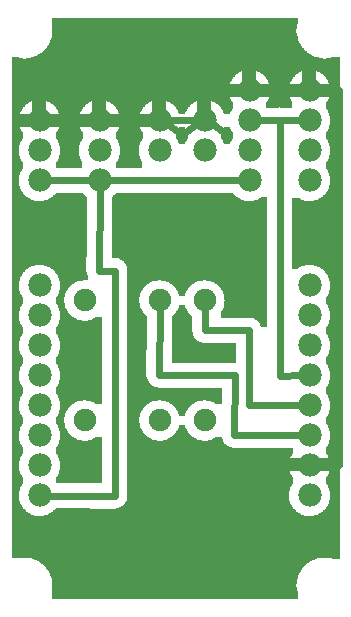
<source format=gbl>
G04 MADE WITH FRITZING*
G04 WWW.FRITZING.ORG*
G04 DOUBLE SIDED*
G04 HOLES PLATED*
G04 CONTOUR ON CENTER OF CONTOUR VECTOR*
%ASAXBY*%
%FSLAX23Y23*%
%MOIN*%
%OFA0B0*%
%SFA1.0B1.0*%
%ADD10C,0.075000*%
%ADD11C,0.077778*%
%ADD12C,0.078000*%
%ADD13C,0.024000*%
%ADD14R,0.001000X0.001000*%
%LNCOPPER0*%
G90*
G70*
G54D10*
X236Y1919D03*
G54D11*
X132Y1085D03*
X132Y985D03*
X132Y885D03*
X132Y785D03*
X132Y685D03*
X132Y585D03*
X132Y485D03*
X132Y385D03*
X1032Y385D03*
X1032Y485D03*
X1032Y585D03*
X1032Y685D03*
X1032Y785D03*
X1032Y885D03*
X1032Y985D03*
X1032Y1085D03*
G54D12*
X682Y1635D03*
X682Y1535D03*
X532Y1635D03*
X532Y1535D03*
X832Y1735D03*
X832Y1635D03*
X832Y1535D03*
X832Y1435D03*
X332Y1635D03*
X332Y1535D03*
X332Y1435D03*
X132Y1635D03*
X132Y1535D03*
X132Y1435D03*
G54D10*
X282Y1035D03*
X282Y635D03*
X532Y1035D03*
X532Y635D03*
X682Y1035D03*
X682Y635D03*
G54D12*
X1032Y1735D03*
X1032Y1635D03*
X1032Y1535D03*
X1032Y1435D03*
G54D13*
X830Y935D02*
X830Y686D01*
D02*
X830Y686D02*
X1002Y685D01*
D02*
X683Y935D02*
X830Y935D01*
D02*
X682Y1006D02*
X683Y935D01*
D02*
X531Y786D02*
X782Y786D01*
D02*
X782Y786D02*
X781Y585D01*
D02*
X781Y585D02*
X1002Y585D01*
D02*
X532Y1006D02*
X531Y786D01*
D02*
X932Y784D02*
X932Y1636D01*
D02*
X932Y1636D02*
X862Y1635D01*
D02*
X1002Y785D02*
X932Y784D01*
D02*
X382Y384D02*
X382Y1134D01*
D02*
X161Y384D02*
X382Y384D01*
D02*
X301Y1435D02*
X162Y1435D01*
D02*
X862Y1635D02*
X1001Y1635D01*
D02*
X801Y1435D02*
X362Y1435D01*
D02*
X382Y1134D02*
X331Y1134D01*
D02*
X331Y1134D02*
X332Y1404D01*
D02*
X607Y1585D02*
X560Y1624D01*
D02*
X607Y1585D02*
X654Y1623D01*
D02*
X562Y1635D02*
X651Y1635D01*
D02*
X757Y1585D02*
X710Y1624D01*
D02*
X1131Y1735D02*
X1131Y485D01*
D02*
X1062Y1735D02*
X1131Y1735D01*
D02*
X1131Y485D02*
X1061Y485D01*
G36*
X596Y1613D02*
X596Y1607D01*
X594Y1607D01*
X594Y1603D01*
X592Y1603D01*
X592Y1599D01*
X590Y1599D01*
X590Y1597D01*
X588Y1597D01*
X588Y1573D01*
X590Y1573D01*
X590Y1569D01*
X592Y1569D01*
X592Y1565D01*
X594Y1565D01*
X594Y1561D01*
X596Y1561D01*
X596Y1557D01*
X616Y1557D01*
X616Y1559D01*
X618Y1559D01*
X618Y1563D01*
X620Y1563D01*
X620Y1567D01*
X622Y1567D01*
X622Y1571D01*
X624Y1571D01*
X624Y1573D01*
X626Y1573D01*
X626Y1595D01*
X624Y1595D01*
X624Y1599D01*
X622Y1599D01*
X622Y1601D01*
X620Y1601D01*
X620Y1605D01*
X618Y1605D01*
X618Y1611D01*
X616Y1611D01*
X616Y1613D01*
X596Y1613D01*
G37*
D02*
G36*
X746Y1613D02*
X746Y1607D01*
X744Y1607D01*
X744Y1603D01*
X742Y1603D01*
X742Y1599D01*
X740Y1599D01*
X740Y1597D01*
X738Y1597D01*
X738Y1573D01*
X740Y1573D01*
X740Y1569D01*
X742Y1569D01*
X742Y1565D01*
X744Y1565D01*
X744Y1561D01*
X746Y1561D01*
X746Y1557D01*
X766Y1557D01*
X766Y1559D01*
X768Y1559D01*
X768Y1563D01*
X770Y1563D01*
X770Y1567D01*
X772Y1567D01*
X772Y1571D01*
X774Y1571D01*
X774Y1573D01*
X776Y1573D01*
X776Y1595D01*
X774Y1595D01*
X774Y1599D01*
X772Y1599D01*
X772Y1601D01*
X770Y1601D01*
X770Y1605D01*
X768Y1605D01*
X768Y1611D01*
X766Y1611D01*
X766Y1613D01*
X746Y1613D01*
G37*
D02*
G36*
X172Y1977D02*
X172Y1951D01*
X174Y1951D01*
X174Y1919D01*
X172Y1919D01*
X172Y1909D01*
X170Y1909D01*
X170Y1903D01*
X168Y1903D01*
X168Y1897D01*
X166Y1897D01*
X166Y1893D01*
X164Y1893D01*
X164Y1889D01*
X162Y1889D01*
X162Y1887D01*
X160Y1887D01*
X160Y1883D01*
X158Y1883D01*
X158Y1881D01*
X156Y1881D01*
X156Y1877D01*
X154Y1877D01*
X154Y1875D01*
X152Y1875D01*
X152Y1873D01*
X150Y1873D01*
X150Y1871D01*
X148Y1871D01*
X148Y1869D01*
X146Y1869D01*
X146Y1867D01*
X144Y1867D01*
X144Y1865D01*
X142Y1865D01*
X142Y1863D01*
X140Y1863D01*
X140Y1861D01*
X136Y1861D01*
X136Y1859D01*
X134Y1859D01*
X134Y1857D01*
X130Y1857D01*
X130Y1855D01*
X128Y1855D01*
X128Y1853D01*
X124Y1853D01*
X124Y1851D01*
X120Y1851D01*
X120Y1849D01*
X114Y1849D01*
X114Y1847D01*
X110Y1847D01*
X110Y1845D01*
X102Y1845D01*
X102Y1843D01*
X86Y1843D01*
X86Y1841D01*
X1076Y1841D01*
X1076Y1843D01*
X1062Y1843D01*
X1062Y1845D01*
X1054Y1845D01*
X1054Y1847D01*
X1048Y1847D01*
X1048Y1849D01*
X1044Y1849D01*
X1044Y1851D01*
X1040Y1851D01*
X1040Y1853D01*
X1036Y1853D01*
X1036Y1855D01*
X1032Y1855D01*
X1032Y1857D01*
X1030Y1857D01*
X1030Y1859D01*
X1026Y1859D01*
X1026Y1861D01*
X1024Y1861D01*
X1024Y1863D01*
X1022Y1863D01*
X1022Y1865D01*
X1020Y1865D01*
X1020Y1867D01*
X1016Y1867D01*
X1016Y1869D01*
X1014Y1869D01*
X1014Y1873D01*
X1012Y1873D01*
X1012Y1875D01*
X1010Y1875D01*
X1010Y1877D01*
X1008Y1877D01*
X1008Y1879D01*
X1006Y1879D01*
X1006Y1883D01*
X1004Y1883D01*
X1004Y1885D01*
X1002Y1885D01*
X1002Y1889D01*
X1000Y1889D01*
X1000Y1893D01*
X998Y1893D01*
X998Y1897D01*
X996Y1897D01*
X996Y1901D01*
X994Y1901D01*
X994Y1907D01*
X992Y1907D01*
X992Y1915D01*
X990Y1915D01*
X990Y1927D01*
X988Y1927D01*
X988Y1941D01*
X990Y1941D01*
X990Y1955D01*
X992Y1955D01*
X992Y1977D01*
X172Y1977D01*
G37*
D02*
G36*
X1110Y1847D02*
X1110Y1845D01*
X1102Y1845D01*
X1102Y1843D01*
X1086Y1843D01*
X1086Y1841D01*
X1132Y1841D01*
X1132Y1847D01*
X1110Y1847D01*
G37*
D02*
G36*
X40Y1845D02*
X40Y1841D01*
X76Y1841D01*
X76Y1843D01*
X62Y1843D01*
X62Y1845D01*
X40Y1845D01*
G37*
D02*
G36*
X40Y1841D02*
X40Y1839D01*
X1132Y1839D01*
X1132Y1841D01*
X40Y1841D01*
G37*
D02*
G36*
X40Y1841D02*
X40Y1839D01*
X1132Y1839D01*
X1132Y1841D01*
X40Y1841D01*
G37*
D02*
G36*
X40Y1841D02*
X40Y1839D01*
X1132Y1839D01*
X1132Y1841D01*
X40Y1841D01*
G37*
D02*
G36*
X40Y1839D02*
X40Y1803D01*
X1046Y1803D01*
X1046Y1801D01*
X1054Y1801D01*
X1054Y1799D01*
X1058Y1799D01*
X1058Y1797D01*
X1064Y1797D01*
X1064Y1795D01*
X1066Y1795D01*
X1066Y1793D01*
X1070Y1793D01*
X1070Y1791D01*
X1072Y1791D01*
X1072Y1789D01*
X1076Y1789D01*
X1076Y1787D01*
X1078Y1787D01*
X1078Y1785D01*
X1080Y1785D01*
X1080Y1783D01*
X1082Y1783D01*
X1082Y1781D01*
X1084Y1781D01*
X1084Y1779D01*
X1086Y1779D01*
X1086Y1775D01*
X1088Y1775D01*
X1088Y1773D01*
X1090Y1773D01*
X1090Y1769D01*
X1092Y1769D01*
X1092Y1765D01*
X1094Y1765D01*
X1094Y1761D01*
X1096Y1761D01*
X1096Y1757D01*
X1098Y1757D01*
X1098Y1749D01*
X1100Y1749D01*
X1100Y1721D01*
X1098Y1721D01*
X1098Y1713D01*
X1096Y1713D01*
X1096Y1707D01*
X1094Y1707D01*
X1094Y1703D01*
X1092Y1703D01*
X1092Y1699D01*
X1090Y1699D01*
X1090Y1697D01*
X1088Y1697D01*
X1088Y1673D01*
X1090Y1673D01*
X1090Y1669D01*
X1092Y1669D01*
X1092Y1665D01*
X1094Y1665D01*
X1094Y1661D01*
X1096Y1661D01*
X1096Y1657D01*
X1098Y1657D01*
X1098Y1649D01*
X1100Y1649D01*
X1100Y1621D01*
X1098Y1621D01*
X1098Y1613D01*
X1096Y1613D01*
X1096Y1607D01*
X1094Y1607D01*
X1094Y1603D01*
X1092Y1603D01*
X1092Y1599D01*
X1090Y1599D01*
X1090Y1597D01*
X1088Y1597D01*
X1088Y1573D01*
X1090Y1573D01*
X1090Y1569D01*
X1092Y1569D01*
X1092Y1565D01*
X1094Y1565D01*
X1094Y1561D01*
X1096Y1561D01*
X1096Y1557D01*
X1098Y1557D01*
X1098Y1549D01*
X1100Y1549D01*
X1100Y1521D01*
X1098Y1521D01*
X1098Y1513D01*
X1096Y1513D01*
X1096Y1507D01*
X1094Y1507D01*
X1094Y1503D01*
X1092Y1503D01*
X1092Y1499D01*
X1090Y1499D01*
X1090Y1497D01*
X1088Y1497D01*
X1088Y1473D01*
X1090Y1473D01*
X1090Y1469D01*
X1092Y1469D01*
X1092Y1465D01*
X1094Y1465D01*
X1094Y1461D01*
X1096Y1461D01*
X1096Y1457D01*
X1098Y1457D01*
X1098Y1449D01*
X1100Y1449D01*
X1100Y1421D01*
X1098Y1421D01*
X1098Y1413D01*
X1096Y1413D01*
X1096Y1407D01*
X1094Y1407D01*
X1094Y1403D01*
X1092Y1403D01*
X1092Y1399D01*
X1090Y1399D01*
X1090Y1397D01*
X1088Y1397D01*
X1088Y1393D01*
X1086Y1393D01*
X1086Y1391D01*
X1084Y1391D01*
X1084Y1389D01*
X1082Y1389D01*
X1082Y1387D01*
X1080Y1387D01*
X1080Y1385D01*
X1078Y1385D01*
X1078Y1383D01*
X1076Y1383D01*
X1076Y1381D01*
X1074Y1381D01*
X1074Y1379D01*
X1070Y1379D01*
X1070Y1377D01*
X1068Y1377D01*
X1068Y1375D01*
X1064Y1375D01*
X1064Y1373D01*
X1060Y1373D01*
X1060Y1371D01*
X1056Y1371D01*
X1056Y1369D01*
X1048Y1369D01*
X1048Y1367D01*
X1038Y1367D01*
X1038Y1365D01*
X1132Y1365D01*
X1132Y1839D01*
X40Y1839D01*
G37*
D02*
G36*
X40Y1803D02*
X40Y1703D01*
X696Y1703D01*
X696Y1701D01*
X704Y1701D01*
X704Y1699D01*
X708Y1699D01*
X708Y1697D01*
X714Y1697D01*
X714Y1695D01*
X716Y1695D01*
X716Y1693D01*
X720Y1693D01*
X720Y1691D01*
X722Y1691D01*
X722Y1689D01*
X726Y1689D01*
X726Y1687D01*
X728Y1687D01*
X728Y1685D01*
X730Y1685D01*
X730Y1683D01*
X732Y1683D01*
X732Y1681D01*
X734Y1681D01*
X734Y1679D01*
X736Y1679D01*
X736Y1675D01*
X738Y1675D01*
X738Y1673D01*
X740Y1673D01*
X740Y1669D01*
X742Y1669D01*
X742Y1665D01*
X744Y1665D01*
X744Y1661D01*
X746Y1661D01*
X746Y1657D01*
X766Y1657D01*
X766Y1659D01*
X768Y1659D01*
X768Y1663D01*
X770Y1663D01*
X770Y1667D01*
X772Y1667D01*
X772Y1671D01*
X774Y1671D01*
X774Y1673D01*
X776Y1673D01*
X776Y1695D01*
X774Y1695D01*
X774Y1699D01*
X772Y1699D01*
X772Y1701D01*
X770Y1701D01*
X770Y1705D01*
X768Y1705D01*
X768Y1711D01*
X766Y1711D01*
X766Y1717D01*
X764Y1717D01*
X764Y1729D01*
X762Y1729D01*
X762Y1741D01*
X764Y1741D01*
X764Y1753D01*
X766Y1753D01*
X766Y1759D01*
X768Y1759D01*
X768Y1763D01*
X770Y1763D01*
X770Y1767D01*
X772Y1767D01*
X772Y1771D01*
X774Y1771D01*
X774Y1773D01*
X776Y1773D01*
X776Y1777D01*
X778Y1777D01*
X778Y1779D01*
X780Y1779D01*
X780Y1781D01*
X782Y1781D01*
X782Y1783D01*
X784Y1783D01*
X784Y1785D01*
X786Y1785D01*
X786Y1787D01*
X788Y1787D01*
X788Y1789D01*
X790Y1789D01*
X790Y1791D01*
X794Y1791D01*
X794Y1793D01*
X796Y1793D01*
X796Y1795D01*
X800Y1795D01*
X800Y1797D01*
X804Y1797D01*
X804Y1799D01*
X810Y1799D01*
X810Y1801D01*
X816Y1801D01*
X816Y1803D01*
X40Y1803D01*
G37*
D02*
G36*
X846Y1803D02*
X846Y1801D01*
X854Y1801D01*
X854Y1799D01*
X858Y1799D01*
X858Y1797D01*
X864Y1797D01*
X864Y1795D01*
X866Y1795D01*
X866Y1793D01*
X870Y1793D01*
X870Y1791D01*
X872Y1791D01*
X872Y1789D01*
X876Y1789D01*
X876Y1787D01*
X878Y1787D01*
X878Y1785D01*
X880Y1785D01*
X880Y1783D01*
X882Y1783D01*
X882Y1781D01*
X884Y1781D01*
X884Y1779D01*
X886Y1779D01*
X886Y1775D01*
X888Y1775D01*
X888Y1773D01*
X890Y1773D01*
X890Y1769D01*
X892Y1769D01*
X892Y1765D01*
X894Y1765D01*
X894Y1761D01*
X896Y1761D01*
X896Y1757D01*
X898Y1757D01*
X898Y1749D01*
X900Y1749D01*
X900Y1721D01*
X898Y1721D01*
X898Y1713D01*
X896Y1713D01*
X896Y1707D01*
X894Y1707D01*
X894Y1703D01*
X892Y1703D01*
X892Y1699D01*
X890Y1699D01*
X890Y1697D01*
X888Y1697D01*
X888Y1679D01*
X932Y1679D01*
X932Y1677D01*
X974Y1677D01*
X974Y1699D01*
X972Y1699D01*
X972Y1701D01*
X970Y1701D01*
X970Y1705D01*
X968Y1705D01*
X968Y1711D01*
X966Y1711D01*
X966Y1717D01*
X964Y1717D01*
X964Y1729D01*
X962Y1729D01*
X962Y1741D01*
X964Y1741D01*
X964Y1753D01*
X966Y1753D01*
X966Y1759D01*
X968Y1759D01*
X968Y1763D01*
X970Y1763D01*
X970Y1767D01*
X972Y1767D01*
X972Y1771D01*
X974Y1771D01*
X974Y1773D01*
X976Y1773D01*
X976Y1777D01*
X978Y1777D01*
X978Y1779D01*
X980Y1779D01*
X980Y1781D01*
X982Y1781D01*
X982Y1783D01*
X984Y1783D01*
X984Y1785D01*
X986Y1785D01*
X986Y1787D01*
X988Y1787D01*
X988Y1789D01*
X990Y1789D01*
X990Y1791D01*
X994Y1791D01*
X994Y1793D01*
X996Y1793D01*
X996Y1795D01*
X1000Y1795D01*
X1000Y1797D01*
X1004Y1797D01*
X1004Y1799D01*
X1010Y1799D01*
X1010Y1801D01*
X1016Y1801D01*
X1016Y1803D01*
X846Y1803D01*
G37*
D02*
G36*
X40Y1703D02*
X40Y1365D01*
X126Y1365D01*
X126Y1367D01*
X114Y1367D01*
X114Y1369D01*
X108Y1369D01*
X108Y1371D01*
X102Y1371D01*
X102Y1373D01*
X100Y1373D01*
X100Y1375D01*
X96Y1375D01*
X96Y1377D01*
X92Y1377D01*
X92Y1379D01*
X90Y1379D01*
X90Y1381D01*
X88Y1381D01*
X88Y1383D01*
X84Y1383D01*
X84Y1385D01*
X82Y1385D01*
X82Y1387D01*
X80Y1387D01*
X80Y1391D01*
X78Y1391D01*
X78Y1393D01*
X76Y1393D01*
X76Y1395D01*
X74Y1395D01*
X74Y1399D01*
X72Y1399D01*
X72Y1401D01*
X70Y1401D01*
X70Y1405D01*
X68Y1405D01*
X68Y1411D01*
X66Y1411D01*
X66Y1417D01*
X64Y1417D01*
X64Y1427D01*
X62Y1427D01*
X62Y1441D01*
X64Y1441D01*
X64Y1453D01*
X66Y1453D01*
X66Y1459D01*
X68Y1459D01*
X68Y1463D01*
X70Y1463D01*
X70Y1467D01*
X72Y1467D01*
X72Y1471D01*
X74Y1471D01*
X74Y1473D01*
X76Y1473D01*
X76Y1495D01*
X74Y1495D01*
X74Y1499D01*
X72Y1499D01*
X72Y1501D01*
X70Y1501D01*
X70Y1505D01*
X68Y1505D01*
X68Y1511D01*
X66Y1511D01*
X66Y1517D01*
X64Y1517D01*
X64Y1527D01*
X62Y1527D01*
X62Y1541D01*
X64Y1541D01*
X64Y1553D01*
X66Y1553D01*
X66Y1559D01*
X68Y1559D01*
X68Y1563D01*
X70Y1563D01*
X70Y1567D01*
X72Y1567D01*
X72Y1571D01*
X74Y1571D01*
X74Y1573D01*
X76Y1573D01*
X76Y1595D01*
X74Y1595D01*
X74Y1599D01*
X72Y1599D01*
X72Y1601D01*
X70Y1601D01*
X70Y1605D01*
X68Y1605D01*
X68Y1611D01*
X66Y1611D01*
X66Y1617D01*
X64Y1617D01*
X64Y1627D01*
X62Y1627D01*
X62Y1641D01*
X64Y1641D01*
X64Y1653D01*
X66Y1653D01*
X66Y1659D01*
X68Y1659D01*
X68Y1663D01*
X70Y1663D01*
X70Y1667D01*
X72Y1667D01*
X72Y1671D01*
X74Y1671D01*
X74Y1673D01*
X76Y1673D01*
X76Y1677D01*
X78Y1677D01*
X78Y1679D01*
X80Y1679D01*
X80Y1681D01*
X82Y1681D01*
X82Y1683D01*
X84Y1683D01*
X84Y1685D01*
X86Y1685D01*
X86Y1687D01*
X88Y1687D01*
X88Y1689D01*
X90Y1689D01*
X90Y1691D01*
X94Y1691D01*
X94Y1693D01*
X96Y1693D01*
X96Y1695D01*
X100Y1695D01*
X100Y1697D01*
X104Y1697D01*
X104Y1699D01*
X110Y1699D01*
X110Y1701D01*
X116Y1701D01*
X116Y1703D01*
X40Y1703D01*
G37*
D02*
G36*
X146Y1703D02*
X146Y1701D01*
X154Y1701D01*
X154Y1699D01*
X158Y1699D01*
X158Y1697D01*
X164Y1697D01*
X164Y1695D01*
X166Y1695D01*
X166Y1693D01*
X170Y1693D01*
X170Y1691D01*
X172Y1691D01*
X172Y1689D01*
X176Y1689D01*
X176Y1687D01*
X178Y1687D01*
X178Y1685D01*
X180Y1685D01*
X180Y1683D01*
X182Y1683D01*
X182Y1681D01*
X184Y1681D01*
X184Y1679D01*
X186Y1679D01*
X186Y1675D01*
X188Y1675D01*
X188Y1673D01*
X190Y1673D01*
X190Y1669D01*
X192Y1669D01*
X192Y1665D01*
X194Y1665D01*
X194Y1661D01*
X196Y1661D01*
X196Y1657D01*
X198Y1657D01*
X198Y1649D01*
X200Y1649D01*
X200Y1621D01*
X198Y1621D01*
X198Y1613D01*
X196Y1613D01*
X196Y1607D01*
X194Y1607D01*
X194Y1603D01*
X192Y1603D01*
X192Y1599D01*
X190Y1599D01*
X190Y1597D01*
X188Y1597D01*
X188Y1573D01*
X190Y1573D01*
X190Y1569D01*
X192Y1569D01*
X192Y1565D01*
X194Y1565D01*
X194Y1561D01*
X196Y1561D01*
X196Y1557D01*
X198Y1557D01*
X198Y1549D01*
X200Y1549D01*
X200Y1521D01*
X198Y1521D01*
X198Y1513D01*
X196Y1513D01*
X196Y1507D01*
X194Y1507D01*
X194Y1503D01*
X192Y1503D01*
X192Y1499D01*
X190Y1499D01*
X190Y1497D01*
X188Y1497D01*
X188Y1477D01*
X274Y1477D01*
X274Y1499D01*
X272Y1499D01*
X272Y1501D01*
X270Y1501D01*
X270Y1505D01*
X268Y1505D01*
X268Y1511D01*
X266Y1511D01*
X266Y1517D01*
X264Y1517D01*
X264Y1527D01*
X262Y1527D01*
X262Y1541D01*
X264Y1541D01*
X264Y1553D01*
X266Y1553D01*
X266Y1559D01*
X268Y1559D01*
X268Y1563D01*
X270Y1563D01*
X270Y1567D01*
X272Y1567D01*
X272Y1571D01*
X274Y1571D01*
X274Y1573D01*
X276Y1573D01*
X276Y1595D01*
X274Y1595D01*
X274Y1599D01*
X272Y1599D01*
X272Y1601D01*
X270Y1601D01*
X270Y1605D01*
X268Y1605D01*
X268Y1611D01*
X266Y1611D01*
X266Y1617D01*
X264Y1617D01*
X264Y1627D01*
X262Y1627D01*
X262Y1641D01*
X264Y1641D01*
X264Y1653D01*
X266Y1653D01*
X266Y1659D01*
X268Y1659D01*
X268Y1663D01*
X270Y1663D01*
X270Y1667D01*
X272Y1667D01*
X272Y1671D01*
X274Y1671D01*
X274Y1673D01*
X276Y1673D01*
X276Y1677D01*
X278Y1677D01*
X278Y1679D01*
X280Y1679D01*
X280Y1681D01*
X282Y1681D01*
X282Y1683D01*
X284Y1683D01*
X284Y1685D01*
X286Y1685D01*
X286Y1687D01*
X288Y1687D01*
X288Y1689D01*
X290Y1689D01*
X290Y1691D01*
X294Y1691D01*
X294Y1693D01*
X296Y1693D01*
X296Y1695D01*
X300Y1695D01*
X300Y1697D01*
X304Y1697D01*
X304Y1699D01*
X310Y1699D01*
X310Y1701D01*
X316Y1701D01*
X316Y1703D01*
X146Y1703D01*
G37*
D02*
G36*
X346Y1703D02*
X346Y1701D01*
X354Y1701D01*
X354Y1699D01*
X358Y1699D01*
X358Y1697D01*
X364Y1697D01*
X364Y1695D01*
X366Y1695D01*
X366Y1693D01*
X370Y1693D01*
X370Y1691D01*
X372Y1691D01*
X372Y1689D01*
X376Y1689D01*
X376Y1687D01*
X378Y1687D01*
X378Y1685D01*
X380Y1685D01*
X380Y1683D01*
X382Y1683D01*
X382Y1681D01*
X384Y1681D01*
X384Y1679D01*
X386Y1679D01*
X386Y1675D01*
X388Y1675D01*
X388Y1673D01*
X390Y1673D01*
X390Y1669D01*
X392Y1669D01*
X392Y1665D01*
X394Y1665D01*
X394Y1661D01*
X396Y1661D01*
X396Y1657D01*
X398Y1657D01*
X398Y1649D01*
X400Y1649D01*
X400Y1621D01*
X398Y1621D01*
X398Y1613D01*
X396Y1613D01*
X396Y1607D01*
X394Y1607D01*
X394Y1603D01*
X392Y1603D01*
X392Y1599D01*
X390Y1599D01*
X390Y1597D01*
X388Y1597D01*
X388Y1573D01*
X390Y1573D01*
X390Y1569D01*
X392Y1569D01*
X392Y1565D01*
X394Y1565D01*
X394Y1561D01*
X396Y1561D01*
X396Y1557D01*
X398Y1557D01*
X398Y1549D01*
X400Y1549D01*
X400Y1521D01*
X398Y1521D01*
X398Y1513D01*
X396Y1513D01*
X396Y1507D01*
X394Y1507D01*
X394Y1503D01*
X392Y1503D01*
X392Y1499D01*
X390Y1499D01*
X390Y1497D01*
X388Y1497D01*
X388Y1477D01*
X474Y1477D01*
X474Y1499D01*
X472Y1499D01*
X472Y1501D01*
X470Y1501D01*
X470Y1505D01*
X468Y1505D01*
X468Y1511D01*
X466Y1511D01*
X466Y1517D01*
X464Y1517D01*
X464Y1527D01*
X462Y1527D01*
X462Y1541D01*
X464Y1541D01*
X464Y1553D01*
X466Y1553D01*
X466Y1559D01*
X468Y1559D01*
X468Y1563D01*
X470Y1563D01*
X470Y1567D01*
X472Y1567D01*
X472Y1571D01*
X474Y1571D01*
X474Y1573D01*
X476Y1573D01*
X476Y1595D01*
X474Y1595D01*
X474Y1599D01*
X472Y1599D01*
X472Y1601D01*
X470Y1601D01*
X470Y1605D01*
X468Y1605D01*
X468Y1611D01*
X466Y1611D01*
X466Y1617D01*
X464Y1617D01*
X464Y1627D01*
X462Y1627D01*
X462Y1641D01*
X464Y1641D01*
X464Y1653D01*
X466Y1653D01*
X466Y1659D01*
X468Y1659D01*
X468Y1663D01*
X470Y1663D01*
X470Y1667D01*
X472Y1667D01*
X472Y1671D01*
X474Y1671D01*
X474Y1673D01*
X476Y1673D01*
X476Y1677D01*
X478Y1677D01*
X478Y1679D01*
X480Y1679D01*
X480Y1681D01*
X482Y1681D01*
X482Y1683D01*
X484Y1683D01*
X484Y1685D01*
X486Y1685D01*
X486Y1687D01*
X488Y1687D01*
X488Y1689D01*
X490Y1689D01*
X490Y1691D01*
X494Y1691D01*
X494Y1693D01*
X496Y1693D01*
X496Y1695D01*
X500Y1695D01*
X500Y1697D01*
X504Y1697D01*
X504Y1699D01*
X510Y1699D01*
X510Y1701D01*
X516Y1701D01*
X516Y1703D01*
X346Y1703D01*
G37*
D02*
G36*
X546Y1703D02*
X546Y1701D01*
X554Y1701D01*
X554Y1699D01*
X558Y1699D01*
X558Y1697D01*
X564Y1697D01*
X564Y1695D01*
X566Y1695D01*
X566Y1693D01*
X570Y1693D01*
X570Y1691D01*
X572Y1691D01*
X572Y1689D01*
X576Y1689D01*
X576Y1687D01*
X578Y1687D01*
X578Y1685D01*
X580Y1685D01*
X580Y1683D01*
X582Y1683D01*
X582Y1681D01*
X584Y1681D01*
X584Y1679D01*
X586Y1679D01*
X586Y1675D01*
X588Y1675D01*
X588Y1673D01*
X590Y1673D01*
X590Y1669D01*
X592Y1669D01*
X592Y1665D01*
X594Y1665D01*
X594Y1661D01*
X596Y1661D01*
X596Y1657D01*
X616Y1657D01*
X616Y1659D01*
X618Y1659D01*
X618Y1663D01*
X620Y1663D01*
X620Y1667D01*
X622Y1667D01*
X622Y1671D01*
X624Y1671D01*
X624Y1673D01*
X626Y1673D01*
X626Y1677D01*
X628Y1677D01*
X628Y1679D01*
X630Y1679D01*
X630Y1681D01*
X632Y1681D01*
X632Y1683D01*
X634Y1683D01*
X634Y1685D01*
X636Y1685D01*
X636Y1687D01*
X638Y1687D01*
X638Y1689D01*
X640Y1689D01*
X640Y1691D01*
X644Y1691D01*
X644Y1693D01*
X646Y1693D01*
X646Y1695D01*
X650Y1695D01*
X650Y1697D01*
X654Y1697D01*
X654Y1699D01*
X660Y1699D01*
X660Y1701D01*
X666Y1701D01*
X666Y1703D01*
X546Y1703D01*
G37*
D02*
G36*
X888Y1679D02*
X888Y1677D01*
X930Y1677D01*
X930Y1679D01*
X888Y1679D01*
G37*
D02*
G36*
X186Y1393D02*
X186Y1391D01*
X184Y1391D01*
X184Y1389D01*
X182Y1389D01*
X182Y1387D01*
X180Y1387D01*
X180Y1385D01*
X178Y1385D01*
X178Y1383D01*
X176Y1383D01*
X176Y1381D01*
X174Y1381D01*
X174Y1379D01*
X170Y1379D01*
X170Y1377D01*
X168Y1377D01*
X168Y1375D01*
X164Y1375D01*
X164Y1373D01*
X160Y1373D01*
X160Y1371D01*
X156Y1371D01*
X156Y1369D01*
X148Y1369D01*
X148Y1367D01*
X138Y1367D01*
X138Y1365D01*
X290Y1365D01*
X290Y1381D01*
X288Y1381D01*
X288Y1383D01*
X284Y1383D01*
X284Y1385D01*
X282Y1385D01*
X282Y1387D01*
X280Y1387D01*
X280Y1391D01*
X278Y1391D01*
X278Y1393D01*
X186Y1393D01*
G37*
D02*
G36*
X386Y1393D02*
X386Y1391D01*
X384Y1391D01*
X384Y1389D01*
X382Y1389D01*
X382Y1387D01*
X380Y1387D01*
X380Y1385D01*
X378Y1385D01*
X378Y1383D01*
X376Y1383D01*
X376Y1381D01*
X374Y1381D01*
X374Y1365D01*
X826Y1365D01*
X826Y1367D01*
X814Y1367D01*
X814Y1369D01*
X808Y1369D01*
X808Y1371D01*
X802Y1371D01*
X802Y1373D01*
X800Y1373D01*
X800Y1375D01*
X796Y1375D01*
X796Y1377D01*
X792Y1377D01*
X792Y1379D01*
X790Y1379D01*
X790Y1381D01*
X788Y1381D01*
X788Y1383D01*
X784Y1383D01*
X784Y1385D01*
X782Y1385D01*
X782Y1387D01*
X780Y1387D01*
X780Y1391D01*
X778Y1391D01*
X778Y1393D01*
X386Y1393D01*
G37*
D02*
G36*
X870Y1379D02*
X870Y1377D01*
X868Y1377D01*
X868Y1375D01*
X864Y1375D01*
X864Y1373D01*
X860Y1373D01*
X860Y1371D01*
X856Y1371D01*
X856Y1369D01*
X848Y1369D01*
X848Y1367D01*
X838Y1367D01*
X838Y1365D01*
X890Y1365D01*
X890Y1379D01*
X870Y1379D01*
G37*
D02*
G36*
X974Y1377D02*
X974Y1365D01*
X1026Y1365D01*
X1026Y1367D01*
X1014Y1367D01*
X1014Y1369D01*
X1008Y1369D01*
X1008Y1371D01*
X1002Y1371D01*
X1002Y1373D01*
X1000Y1373D01*
X1000Y1375D01*
X996Y1375D01*
X996Y1377D01*
X974Y1377D01*
G37*
D02*
G36*
X40Y1365D02*
X40Y1363D01*
X290Y1363D01*
X290Y1365D01*
X40Y1365D01*
G37*
D02*
G36*
X40Y1365D02*
X40Y1363D01*
X290Y1363D01*
X290Y1365D01*
X40Y1365D01*
G37*
D02*
G36*
X374Y1365D02*
X374Y1363D01*
X890Y1363D01*
X890Y1365D01*
X374Y1365D01*
G37*
D02*
G36*
X374Y1365D02*
X374Y1363D01*
X890Y1363D01*
X890Y1365D01*
X374Y1365D01*
G37*
D02*
G36*
X974Y1365D02*
X974Y1363D01*
X1132Y1363D01*
X1132Y1365D01*
X974Y1365D01*
G37*
D02*
G36*
X974Y1365D02*
X974Y1363D01*
X1132Y1363D01*
X1132Y1365D01*
X974Y1365D01*
G37*
D02*
G36*
X40Y1363D02*
X40Y1153D01*
X146Y1153D01*
X146Y1151D01*
X154Y1151D01*
X154Y1149D01*
X158Y1149D01*
X158Y1147D01*
X162Y1147D01*
X162Y1145D01*
X166Y1145D01*
X166Y1143D01*
X170Y1143D01*
X170Y1141D01*
X172Y1141D01*
X172Y1139D01*
X176Y1139D01*
X176Y1137D01*
X178Y1137D01*
X178Y1135D01*
X180Y1135D01*
X180Y1133D01*
X182Y1133D01*
X182Y1131D01*
X184Y1131D01*
X184Y1127D01*
X186Y1127D01*
X186Y1125D01*
X188Y1125D01*
X188Y1123D01*
X190Y1123D01*
X190Y1119D01*
X192Y1119D01*
X192Y1115D01*
X194Y1115D01*
X194Y1111D01*
X196Y1111D01*
X196Y1107D01*
X198Y1107D01*
X198Y1099D01*
X200Y1099D01*
X200Y1071D01*
X198Y1071D01*
X198Y1063D01*
X196Y1063D01*
X196Y1057D01*
X194Y1057D01*
X194Y1053D01*
X192Y1053D01*
X192Y1051D01*
X190Y1051D01*
X190Y1047D01*
X188Y1047D01*
X188Y1045D01*
X186Y1045D01*
X186Y1025D01*
X188Y1025D01*
X188Y1023D01*
X190Y1023D01*
X190Y1019D01*
X192Y1019D01*
X192Y1015D01*
X194Y1015D01*
X194Y1011D01*
X196Y1011D01*
X196Y1007D01*
X198Y1007D01*
X198Y999D01*
X200Y999D01*
X200Y971D01*
X198Y971D01*
X198Y967D01*
X272Y967D01*
X272Y969D01*
X262Y969D01*
X262Y971D01*
X256Y971D01*
X256Y973D01*
X252Y973D01*
X252Y975D01*
X248Y975D01*
X248Y977D01*
X246Y977D01*
X246Y979D01*
X242Y979D01*
X242Y981D01*
X240Y981D01*
X240Y983D01*
X238Y983D01*
X238Y985D01*
X234Y985D01*
X234Y987D01*
X232Y987D01*
X232Y991D01*
X230Y991D01*
X230Y993D01*
X228Y993D01*
X228Y995D01*
X226Y995D01*
X226Y999D01*
X224Y999D01*
X224Y1001D01*
X222Y1001D01*
X222Y1005D01*
X220Y1005D01*
X220Y1009D01*
X218Y1009D01*
X218Y1015D01*
X216Y1015D01*
X216Y1025D01*
X214Y1025D01*
X214Y1045D01*
X216Y1045D01*
X216Y1055D01*
X218Y1055D01*
X218Y1059D01*
X220Y1059D01*
X220Y1065D01*
X222Y1065D01*
X222Y1067D01*
X224Y1067D01*
X224Y1071D01*
X226Y1071D01*
X226Y1075D01*
X228Y1075D01*
X228Y1077D01*
X230Y1077D01*
X230Y1079D01*
X232Y1079D01*
X232Y1081D01*
X234Y1081D01*
X234Y1083D01*
X236Y1083D01*
X236Y1085D01*
X238Y1085D01*
X238Y1087D01*
X240Y1087D01*
X240Y1089D01*
X244Y1089D01*
X244Y1091D01*
X246Y1091D01*
X246Y1093D01*
X250Y1093D01*
X250Y1095D01*
X254Y1095D01*
X254Y1097D01*
X258Y1097D01*
X258Y1099D01*
X264Y1099D01*
X264Y1101D01*
X278Y1101D01*
X278Y1103D01*
X292Y1103D01*
X292Y1121D01*
X290Y1121D01*
X290Y1131D01*
X288Y1131D01*
X288Y1179D01*
X290Y1179D01*
X290Y1363D01*
X40Y1363D01*
G37*
D02*
G36*
X374Y1363D02*
X374Y1177D01*
X388Y1177D01*
X388Y1175D01*
X396Y1175D01*
X396Y1173D01*
X400Y1173D01*
X400Y1171D01*
X404Y1171D01*
X404Y1169D01*
X408Y1169D01*
X408Y1167D01*
X410Y1167D01*
X410Y1165D01*
X412Y1165D01*
X412Y1163D01*
X414Y1163D01*
X414Y1161D01*
X416Y1161D01*
X416Y1157D01*
X418Y1157D01*
X418Y1155D01*
X420Y1155D01*
X420Y1151D01*
X422Y1151D01*
X422Y1143D01*
X424Y1143D01*
X424Y1103D01*
X686Y1103D01*
X686Y1101D01*
X698Y1101D01*
X698Y1099D01*
X704Y1099D01*
X704Y1097D01*
X710Y1097D01*
X710Y1095D01*
X714Y1095D01*
X714Y1093D01*
X716Y1093D01*
X716Y1091D01*
X720Y1091D01*
X720Y1089D01*
X722Y1089D01*
X722Y1087D01*
X726Y1087D01*
X726Y1085D01*
X728Y1085D01*
X728Y1083D01*
X730Y1083D01*
X730Y1081D01*
X732Y1081D01*
X732Y1079D01*
X734Y1079D01*
X734Y1075D01*
X736Y1075D01*
X736Y1073D01*
X738Y1073D01*
X738Y1069D01*
X740Y1069D01*
X740Y1067D01*
X742Y1067D01*
X742Y1063D01*
X744Y1063D01*
X744Y1057D01*
X746Y1057D01*
X746Y1051D01*
X748Y1051D01*
X748Y1037D01*
X750Y1037D01*
X750Y1033D01*
X748Y1033D01*
X748Y1019D01*
X746Y1019D01*
X746Y1011D01*
X744Y1011D01*
X744Y1007D01*
X742Y1007D01*
X742Y1003D01*
X740Y1003D01*
X740Y999D01*
X738Y999D01*
X738Y997D01*
X736Y997D01*
X736Y977D01*
X840Y977D01*
X840Y975D01*
X846Y975D01*
X846Y973D01*
X850Y973D01*
X850Y971D01*
X854Y971D01*
X854Y969D01*
X856Y969D01*
X856Y967D01*
X858Y967D01*
X858Y965D01*
X860Y965D01*
X860Y963D01*
X862Y963D01*
X862Y961D01*
X864Y961D01*
X864Y959D01*
X866Y959D01*
X866Y955D01*
X868Y955D01*
X868Y951D01*
X870Y951D01*
X870Y945D01*
X890Y945D01*
X890Y1363D01*
X374Y1363D01*
G37*
D02*
G36*
X974Y1363D02*
X974Y1153D01*
X1046Y1153D01*
X1046Y1151D01*
X1054Y1151D01*
X1054Y1149D01*
X1058Y1149D01*
X1058Y1147D01*
X1062Y1147D01*
X1062Y1145D01*
X1066Y1145D01*
X1066Y1143D01*
X1070Y1143D01*
X1070Y1141D01*
X1072Y1141D01*
X1072Y1139D01*
X1076Y1139D01*
X1076Y1137D01*
X1078Y1137D01*
X1078Y1135D01*
X1080Y1135D01*
X1080Y1133D01*
X1082Y1133D01*
X1082Y1131D01*
X1084Y1131D01*
X1084Y1127D01*
X1086Y1127D01*
X1086Y1125D01*
X1088Y1125D01*
X1088Y1123D01*
X1090Y1123D01*
X1090Y1119D01*
X1092Y1119D01*
X1092Y1115D01*
X1094Y1115D01*
X1094Y1111D01*
X1096Y1111D01*
X1096Y1107D01*
X1098Y1107D01*
X1098Y1099D01*
X1100Y1099D01*
X1100Y1071D01*
X1098Y1071D01*
X1098Y1063D01*
X1096Y1063D01*
X1096Y1057D01*
X1094Y1057D01*
X1094Y1053D01*
X1092Y1053D01*
X1092Y1051D01*
X1090Y1051D01*
X1090Y1047D01*
X1088Y1047D01*
X1088Y1045D01*
X1086Y1045D01*
X1086Y1025D01*
X1088Y1025D01*
X1088Y1023D01*
X1090Y1023D01*
X1090Y1019D01*
X1092Y1019D01*
X1092Y1015D01*
X1094Y1015D01*
X1094Y1011D01*
X1096Y1011D01*
X1096Y1007D01*
X1098Y1007D01*
X1098Y999D01*
X1100Y999D01*
X1100Y971D01*
X1098Y971D01*
X1098Y963D01*
X1096Y963D01*
X1096Y957D01*
X1094Y957D01*
X1094Y953D01*
X1092Y953D01*
X1092Y951D01*
X1090Y951D01*
X1090Y947D01*
X1088Y947D01*
X1088Y945D01*
X1086Y945D01*
X1086Y925D01*
X1088Y925D01*
X1088Y923D01*
X1090Y923D01*
X1090Y919D01*
X1092Y919D01*
X1092Y915D01*
X1094Y915D01*
X1094Y911D01*
X1096Y911D01*
X1096Y907D01*
X1098Y907D01*
X1098Y899D01*
X1100Y899D01*
X1100Y871D01*
X1098Y871D01*
X1098Y863D01*
X1096Y863D01*
X1096Y857D01*
X1094Y857D01*
X1094Y853D01*
X1092Y853D01*
X1092Y851D01*
X1090Y851D01*
X1090Y847D01*
X1088Y847D01*
X1088Y845D01*
X1086Y845D01*
X1086Y825D01*
X1088Y825D01*
X1088Y823D01*
X1090Y823D01*
X1090Y819D01*
X1092Y819D01*
X1092Y815D01*
X1094Y815D01*
X1094Y811D01*
X1096Y811D01*
X1096Y807D01*
X1098Y807D01*
X1098Y799D01*
X1100Y799D01*
X1100Y771D01*
X1098Y771D01*
X1098Y763D01*
X1096Y763D01*
X1096Y757D01*
X1094Y757D01*
X1094Y753D01*
X1092Y753D01*
X1092Y751D01*
X1090Y751D01*
X1090Y747D01*
X1088Y747D01*
X1088Y745D01*
X1086Y745D01*
X1086Y725D01*
X1088Y725D01*
X1088Y723D01*
X1090Y723D01*
X1090Y719D01*
X1092Y719D01*
X1092Y715D01*
X1094Y715D01*
X1094Y711D01*
X1096Y711D01*
X1096Y707D01*
X1098Y707D01*
X1098Y699D01*
X1100Y699D01*
X1100Y671D01*
X1098Y671D01*
X1098Y663D01*
X1096Y663D01*
X1096Y657D01*
X1094Y657D01*
X1094Y653D01*
X1092Y653D01*
X1092Y651D01*
X1090Y651D01*
X1090Y647D01*
X1088Y647D01*
X1088Y645D01*
X1086Y645D01*
X1086Y625D01*
X1088Y625D01*
X1088Y623D01*
X1090Y623D01*
X1090Y619D01*
X1092Y619D01*
X1092Y615D01*
X1094Y615D01*
X1094Y611D01*
X1096Y611D01*
X1096Y607D01*
X1098Y607D01*
X1098Y599D01*
X1100Y599D01*
X1100Y571D01*
X1098Y571D01*
X1098Y563D01*
X1096Y563D01*
X1096Y557D01*
X1094Y557D01*
X1094Y553D01*
X1092Y553D01*
X1092Y551D01*
X1090Y551D01*
X1090Y547D01*
X1088Y547D01*
X1088Y545D01*
X1086Y545D01*
X1086Y525D01*
X1088Y525D01*
X1088Y523D01*
X1090Y523D01*
X1090Y519D01*
X1092Y519D01*
X1092Y515D01*
X1094Y515D01*
X1094Y511D01*
X1096Y511D01*
X1096Y507D01*
X1098Y507D01*
X1098Y499D01*
X1100Y499D01*
X1100Y471D01*
X1098Y471D01*
X1098Y463D01*
X1096Y463D01*
X1096Y457D01*
X1094Y457D01*
X1094Y453D01*
X1092Y453D01*
X1092Y451D01*
X1090Y451D01*
X1090Y447D01*
X1088Y447D01*
X1088Y445D01*
X1086Y445D01*
X1086Y425D01*
X1088Y425D01*
X1088Y423D01*
X1090Y423D01*
X1090Y419D01*
X1092Y419D01*
X1092Y415D01*
X1094Y415D01*
X1094Y411D01*
X1096Y411D01*
X1096Y407D01*
X1098Y407D01*
X1098Y399D01*
X1100Y399D01*
X1100Y371D01*
X1098Y371D01*
X1098Y363D01*
X1096Y363D01*
X1096Y357D01*
X1094Y357D01*
X1094Y353D01*
X1092Y353D01*
X1092Y351D01*
X1090Y351D01*
X1090Y347D01*
X1088Y347D01*
X1088Y345D01*
X1086Y345D01*
X1086Y341D01*
X1084Y341D01*
X1084Y339D01*
X1082Y339D01*
X1082Y337D01*
X1080Y337D01*
X1080Y335D01*
X1078Y335D01*
X1078Y333D01*
X1076Y333D01*
X1076Y331D01*
X1074Y331D01*
X1074Y329D01*
X1070Y329D01*
X1070Y327D01*
X1068Y327D01*
X1068Y325D01*
X1064Y325D01*
X1064Y323D01*
X1060Y323D01*
X1060Y321D01*
X1054Y321D01*
X1054Y319D01*
X1048Y319D01*
X1048Y317D01*
X1034Y317D01*
X1034Y315D01*
X1132Y315D01*
X1132Y1363D01*
X974Y1363D01*
G37*
D02*
G36*
X40Y1153D02*
X40Y315D01*
X128Y315D01*
X128Y317D01*
X114Y317D01*
X114Y319D01*
X108Y319D01*
X108Y321D01*
X104Y321D01*
X104Y323D01*
X100Y323D01*
X100Y325D01*
X96Y325D01*
X96Y327D01*
X92Y327D01*
X92Y329D01*
X90Y329D01*
X90Y331D01*
X88Y331D01*
X88Y333D01*
X86Y333D01*
X86Y335D01*
X82Y335D01*
X82Y339D01*
X80Y339D01*
X80Y341D01*
X78Y341D01*
X78Y343D01*
X76Y343D01*
X76Y345D01*
X74Y345D01*
X74Y349D01*
X72Y349D01*
X72Y353D01*
X70Y353D01*
X70Y357D01*
X68Y357D01*
X68Y361D01*
X66Y361D01*
X66Y367D01*
X64Y367D01*
X64Y379D01*
X62Y379D01*
X62Y389D01*
X64Y389D01*
X64Y401D01*
X66Y401D01*
X66Y409D01*
X68Y409D01*
X68Y413D01*
X70Y413D01*
X70Y417D01*
X72Y417D01*
X72Y421D01*
X74Y421D01*
X74Y423D01*
X76Y423D01*
X76Y445D01*
X74Y445D01*
X74Y449D01*
X72Y449D01*
X72Y453D01*
X70Y453D01*
X70Y457D01*
X68Y457D01*
X68Y461D01*
X66Y461D01*
X66Y467D01*
X64Y467D01*
X64Y479D01*
X62Y479D01*
X62Y489D01*
X64Y489D01*
X64Y501D01*
X66Y501D01*
X66Y509D01*
X68Y509D01*
X68Y513D01*
X70Y513D01*
X70Y517D01*
X72Y517D01*
X72Y521D01*
X74Y521D01*
X74Y523D01*
X76Y523D01*
X76Y545D01*
X74Y545D01*
X74Y549D01*
X72Y549D01*
X72Y553D01*
X70Y553D01*
X70Y557D01*
X68Y557D01*
X68Y561D01*
X66Y561D01*
X66Y567D01*
X64Y567D01*
X64Y579D01*
X62Y579D01*
X62Y589D01*
X64Y589D01*
X64Y601D01*
X66Y601D01*
X66Y609D01*
X68Y609D01*
X68Y613D01*
X70Y613D01*
X70Y617D01*
X72Y617D01*
X72Y621D01*
X74Y621D01*
X74Y623D01*
X76Y623D01*
X76Y645D01*
X74Y645D01*
X74Y649D01*
X72Y649D01*
X72Y653D01*
X70Y653D01*
X70Y657D01*
X68Y657D01*
X68Y661D01*
X66Y661D01*
X66Y667D01*
X64Y667D01*
X64Y679D01*
X62Y679D01*
X62Y689D01*
X64Y689D01*
X64Y701D01*
X66Y701D01*
X66Y709D01*
X68Y709D01*
X68Y713D01*
X70Y713D01*
X70Y717D01*
X72Y717D01*
X72Y721D01*
X74Y721D01*
X74Y723D01*
X76Y723D01*
X76Y745D01*
X74Y745D01*
X74Y749D01*
X72Y749D01*
X72Y753D01*
X70Y753D01*
X70Y757D01*
X68Y757D01*
X68Y761D01*
X66Y761D01*
X66Y767D01*
X64Y767D01*
X64Y779D01*
X62Y779D01*
X62Y789D01*
X64Y789D01*
X64Y801D01*
X66Y801D01*
X66Y809D01*
X68Y809D01*
X68Y813D01*
X70Y813D01*
X70Y817D01*
X72Y817D01*
X72Y821D01*
X74Y821D01*
X74Y823D01*
X76Y823D01*
X76Y845D01*
X74Y845D01*
X74Y849D01*
X72Y849D01*
X72Y853D01*
X70Y853D01*
X70Y857D01*
X68Y857D01*
X68Y861D01*
X66Y861D01*
X66Y867D01*
X64Y867D01*
X64Y879D01*
X62Y879D01*
X62Y889D01*
X64Y889D01*
X64Y901D01*
X66Y901D01*
X66Y909D01*
X68Y909D01*
X68Y913D01*
X70Y913D01*
X70Y917D01*
X72Y917D01*
X72Y921D01*
X74Y921D01*
X74Y923D01*
X76Y923D01*
X76Y945D01*
X74Y945D01*
X74Y949D01*
X72Y949D01*
X72Y953D01*
X70Y953D01*
X70Y957D01*
X68Y957D01*
X68Y961D01*
X66Y961D01*
X66Y967D01*
X64Y967D01*
X64Y979D01*
X62Y979D01*
X62Y989D01*
X64Y989D01*
X64Y1001D01*
X66Y1001D01*
X66Y1009D01*
X68Y1009D01*
X68Y1013D01*
X70Y1013D01*
X70Y1017D01*
X72Y1017D01*
X72Y1021D01*
X74Y1021D01*
X74Y1023D01*
X76Y1023D01*
X76Y1045D01*
X74Y1045D01*
X74Y1049D01*
X72Y1049D01*
X72Y1053D01*
X70Y1053D01*
X70Y1057D01*
X68Y1057D01*
X68Y1061D01*
X66Y1061D01*
X66Y1067D01*
X64Y1067D01*
X64Y1079D01*
X62Y1079D01*
X62Y1089D01*
X64Y1089D01*
X64Y1101D01*
X66Y1101D01*
X66Y1109D01*
X68Y1109D01*
X68Y1113D01*
X70Y1113D01*
X70Y1117D01*
X72Y1117D01*
X72Y1121D01*
X74Y1121D01*
X74Y1123D01*
X76Y1123D01*
X76Y1127D01*
X78Y1127D01*
X78Y1129D01*
X80Y1129D01*
X80Y1131D01*
X82Y1131D01*
X82Y1133D01*
X84Y1133D01*
X84Y1135D01*
X86Y1135D01*
X86Y1137D01*
X88Y1137D01*
X88Y1139D01*
X90Y1139D01*
X90Y1141D01*
X94Y1141D01*
X94Y1143D01*
X96Y1143D01*
X96Y1145D01*
X100Y1145D01*
X100Y1147D01*
X104Y1147D01*
X104Y1149D01*
X110Y1149D01*
X110Y1151D01*
X118Y1151D01*
X118Y1153D01*
X40Y1153D01*
G37*
D02*
G36*
X974Y1153D02*
X974Y1141D01*
X994Y1141D01*
X994Y1143D01*
X996Y1143D01*
X996Y1145D01*
X1000Y1145D01*
X1000Y1147D01*
X1004Y1147D01*
X1004Y1149D01*
X1010Y1149D01*
X1010Y1151D01*
X1018Y1151D01*
X1018Y1153D01*
X974Y1153D01*
G37*
D02*
G36*
X424Y1103D02*
X424Y703D01*
X686Y703D01*
X686Y701D01*
X698Y701D01*
X698Y699D01*
X704Y699D01*
X704Y697D01*
X710Y697D01*
X710Y695D01*
X714Y695D01*
X714Y693D01*
X716Y693D01*
X716Y691D01*
X720Y691D01*
X720Y689D01*
X740Y689D01*
X740Y743D01*
X528Y743D01*
X528Y745D01*
X518Y745D01*
X518Y747D01*
X512Y747D01*
X512Y749D01*
X510Y749D01*
X510Y751D01*
X506Y751D01*
X506Y753D01*
X504Y753D01*
X504Y755D01*
X502Y755D01*
X502Y757D01*
X500Y757D01*
X500Y759D01*
X498Y759D01*
X498Y761D01*
X496Y761D01*
X496Y765D01*
X494Y765D01*
X494Y767D01*
X492Y767D01*
X492Y773D01*
X490Y773D01*
X490Y781D01*
X488Y781D01*
X488Y869D01*
X490Y869D01*
X490Y983D01*
X488Y983D01*
X488Y985D01*
X484Y985D01*
X484Y987D01*
X482Y987D01*
X482Y991D01*
X480Y991D01*
X480Y993D01*
X478Y993D01*
X478Y995D01*
X476Y995D01*
X476Y999D01*
X474Y999D01*
X474Y1001D01*
X472Y1001D01*
X472Y1005D01*
X470Y1005D01*
X470Y1009D01*
X468Y1009D01*
X468Y1015D01*
X466Y1015D01*
X466Y1025D01*
X464Y1025D01*
X464Y1045D01*
X466Y1045D01*
X466Y1055D01*
X468Y1055D01*
X468Y1059D01*
X470Y1059D01*
X470Y1065D01*
X472Y1065D01*
X472Y1067D01*
X474Y1067D01*
X474Y1071D01*
X476Y1071D01*
X476Y1075D01*
X478Y1075D01*
X478Y1077D01*
X480Y1077D01*
X480Y1079D01*
X482Y1079D01*
X482Y1081D01*
X484Y1081D01*
X484Y1083D01*
X486Y1083D01*
X486Y1085D01*
X488Y1085D01*
X488Y1087D01*
X490Y1087D01*
X490Y1089D01*
X494Y1089D01*
X494Y1091D01*
X496Y1091D01*
X496Y1093D01*
X500Y1093D01*
X500Y1095D01*
X504Y1095D01*
X504Y1097D01*
X508Y1097D01*
X508Y1099D01*
X514Y1099D01*
X514Y1101D01*
X528Y1101D01*
X528Y1103D01*
X424Y1103D01*
G37*
D02*
G36*
X536Y1103D02*
X536Y1101D01*
X548Y1101D01*
X548Y1099D01*
X554Y1099D01*
X554Y1097D01*
X560Y1097D01*
X560Y1095D01*
X564Y1095D01*
X564Y1093D01*
X566Y1093D01*
X566Y1091D01*
X570Y1091D01*
X570Y1089D01*
X572Y1089D01*
X572Y1087D01*
X576Y1087D01*
X576Y1085D01*
X578Y1085D01*
X578Y1083D01*
X580Y1083D01*
X580Y1081D01*
X582Y1081D01*
X582Y1079D01*
X584Y1079D01*
X584Y1075D01*
X586Y1075D01*
X586Y1073D01*
X588Y1073D01*
X588Y1069D01*
X590Y1069D01*
X590Y1067D01*
X592Y1067D01*
X592Y1063D01*
X594Y1063D01*
X594Y1057D01*
X596Y1057D01*
X596Y1051D01*
X616Y1051D01*
X616Y1055D01*
X618Y1055D01*
X618Y1059D01*
X620Y1059D01*
X620Y1065D01*
X622Y1065D01*
X622Y1067D01*
X624Y1067D01*
X624Y1071D01*
X626Y1071D01*
X626Y1075D01*
X628Y1075D01*
X628Y1077D01*
X630Y1077D01*
X630Y1079D01*
X632Y1079D01*
X632Y1081D01*
X634Y1081D01*
X634Y1083D01*
X636Y1083D01*
X636Y1085D01*
X638Y1085D01*
X638Y1087D01*
X640Y1087D01*
X640Y1089D01*
X644Y1089D01*
X644Y1091D01*
X646Y1091D01*
X646Y1093D01*
X650Y1093D01*
X650Y1095D01*
X654Y1095D01*
X654Y1097D01*
X658Y1097D01*
X658Y1099D01*
X664Y1099D01*
X664Y1101D01*
X678Y1101D01*
X678Y1103D01*
X536Y1103D01*
G37*
D02*
G36*
X320Y981D02*
X320Y979D01*
X318Y979D01*
X318Y977D01*
X314Y977D01*
X314Y975D01*
X310Y975D01*
X310Y973D01*
X306Y973D01*
X306Y971D01*
X300Y971D01*
X300Y969D01*
X292Y969D01*
X292Y967D01*
X340Y967D01*
X340Y981D01*
X320Y981D01*
G37*
D02*
G36*
X198Y967D02*
X198Y965D01*
X340Y965D01*
X340Y967D01*
X198Y967D01*
G37*
D02*
G36*
X198Y967D02*
X198Y965D01*
X340Y965D01*
X340Y967D01*
X198Y967D01*
G37*
D02*
G36*
X198Y965D02*
X198Y963D01*
X196Y963D01*
X196Y957D01*
X194Y957D01*
X194Y953D01*
X192Y953D01*
X192Y951D01*
X190Y951D01*
X190Y947D01*
X188Y947D01*
X188Y945D01*
X186Y945D01*
X186Y925D01*
X188Y925D01*
X188Y923D01*
X190Y923D01*
X190Y919D01*
X192Y919D01*
X192Y915D01*
X194Y915D01*
X194Y911D01*
X196Y911D01*
X196Y907D01*
X198Y907D01*
X198Y899D01*
X200Y899D01*
X200Y871D01*
X198Y871D01*
X198Y863D01*
X196Y863D01*
X196Y857D01*
X194Y857D01*
X194Y853D01*
X192Y853D01*
X192Y851D01*
X190Y851D01*
X190Y847D01*
X188Y847D01*
X188Y845D01*
X186Y845D01*
X186Y825D01*
X188Y825D01*
X188Y823D01*
X190Y823D01*
X190Y819D01*
X192Y819D01*
X192Y815D01*
X194Y815D01*
X194Y811D01*
X196Y811D01*
X196Y807D01*
X198Y807D01*
X198Y799D01*
X200Y799D01*
X200Y771D01*
X198Y771D01*
X198Y763D01*
X196Y763D01*
X196Y757D01*
X194Y757D01*
X194Y753D01*
X192Y753D01*
X192Y751D01*
X190Y751D01*
X190Y747D01*
X188Y747D01*
X188Y745D01*
X186Y745D01*
X186Y725D01*
X188Y725D01*
X188Y723D01*
X190Y723D01*
X190Y719D01*
X192Y719D01*
X192Y715D01*
X194Y715D01*
X194Y711D01*
X196Y711D01*
X196Y707D01*
X198Y707D01*
X198Y703D01*
X286Y703D01*
X286Y701D01*
X298Y701D01*
X298Y699D01*
X304Y699D01*
X304Y697D01*
X310Y697D01*
X310Y695D01*
X314Y695D01*
X314Y693D01*
X316Y693D01*
X316Y691D01*
X320Y691D01*
X320Y689D01*
X340Y689D01*
X340Y965D01*
X198Y965D01*
G37*
D02*
G36*
X198Y703D02*
X198Y699D01*
X200Y699D01*
X200Y671D01*
X198Y671D01*
X198Y663D01*
X196Y663D01*
X196Y657D01*
X194Y657D01*
X194Y653D01*
X192Y653D01*
X192Y651D01*
X190Y651D01*
X190Y647D01*
X188Y647D01*
X188Y645D01*
X186Y645D01*
X186Y625D01*
X188Y625D01*
X188Y623D01*
X190Y623D01*
X190Y619D01*
X192Y619D01*
X192Y615D01*
X194Y615D01*
X194Y611D01*
X196Y611D01*
X196Y607D01*
X198Y607D01*
X198Y599D01*
X200Y599D01*
X200Y571D01*
X198Y571D01*
X198Y567D01*
X272Y567D01*
X272Y569D01*
X262Y569D01*
X262Y571D01*
X256Y571D01*
X256Y573D01*
X252Y573D01*
X252Y575D01*
X248Y575D01*
X248Y577D01*
X246Y577D01*
X246Y579D01*
X242Y579D01*
X242Y581D01*
X240Y581D01*
X240Y583D01*
X238Y583D01*
X238Y585D01*
X234Y585D01*
X234Y587D01*
X232Y587D01*
X232Y591D01*
X230Y591D01*
X230Y593D01*
X228Y593D01*
X228Y595D01*
X226Y595D01*
X226Y599D01*
X224Y599D01*
X224Y601D01*
X222Y601D01*
X222Y605D01*
X220Y605D01*
X220Y609D01*
X218Y609D01*
X218Y615D01*
X216Y615D01*
X216Y625D01*
X214Y625D01*
X214Y645D01*
X216Y645D01*
X216Y655D01*
X218Y655D01*
X218Y659D01*
X220Y659D01*
X220Y665D01*
X222Y665D01*
X222Y667D01*
X224Y667D01*
X224Y671D01*
X226Y671D01*
X226Y675D01*
X228Y675D01*
X228Y677D01*
X230Y677D01*
X230Y679D01*
X232Y679D01*
X232Y681D01*
X234Y681D01*
X234Y683D01*
X236Y683D01*
X236Y685D01*
X238Y685D01*
X238Y687D01*
X240Y687D01*
X240Y689D01*
X244Y689D01*
X244Y691D01*
X246Y691D01*
X246Y693D01*
X250Y693D01*
X250Y695D01*
X254Y695D01*
X254Y697D01*
X258Y697D01*
X258Y699D01*
X264Y699D01*
X264Y701D01*
X278Y701D01*
X278Y703D01*
X198Y703D01*
G37*
D02*
G36*
X424Y703D02*
X424Y567D01*
X522Y567D01*
X522Y569D01*
X512Y569D01*
X512Y571D01*
X506Y571D01*
X506Y573D01*
X502Y573D01*
X502Y575D01*
X498Y575D01*
X498Y577D01*
X496Y577D01*
X496Y579D01*
X492Y579D01*
X492Y581D01*
X490Y581D01*
X490Y583D01*
X488Y583D01*
X488Y585D01*
X484Y585D01*
X484Y587D01*
X482Y587D01*
X482Y591D01*
X480Y591D01*
X480Y593D01*
X478Y593D01*
X478Y595D01*
X476Y595D01*
X476Y599D01*
X474Y599D01*
X474Y601D01*
X472Y601D01*
X472Y605D01*
X470Y605D01*
X470Y609D01*
X468Y609D01*
X468Y615D01*
X466Y615D01*
X466Y625D01*
X464Y625D01*
X464Y645D01*
X466Y645D01*
X466Y655D01*
X468Y655D01*
X468Y659D01*
X470Y659D01*
X470Y665D01*
X472Y665D01*
X472Y667D01*
X474Y667D01*
X474Y671D01*
X476Y671D01*
X476Y675D01*
X478Y675D01*
X478Y677D01*
X480Y677D01*
X480Y679D01*
X482Y679D01*
X482Y681D01*
X484Y681D01*
X484Y683D01*
X486Y683D01*
X486Y685D01*
X488Y685D01*
X488Y687D01*
X490Y687D01*
X490Y689D01*
X494Y689D01*
X494Y691D01*
X496Y691D01*
X496Y693D01*
X500Y693D01*
X500Y695D01*
X504Y695D01*
X504Y697D01*
X508Y697D01*
X508Y699D01*
X514Y699D01*
X514Y701D01*
X528Y701D01*
X528Y703D01*
X424Y703D01*
G37*
D02*
G36*
X536Y703D02*
X536Y701D01*
X548Y701D01*
X548Y699D01*
X554Y699D01*
X554Y697D01*
X560Y697D01*
X560Y695D01*
X564Y695D01*
X564Y693D01*
X566Y693D01*
X566Y691D01*
X570Y691D01*
X570Y689D01*
X572Y689D01*
X572Y687D01*
X576Y687D01*
X576Y685D01*
X578Y685D01*
X578Y683D01*
X580Y683D01*
X580Y681D01*
X582Y681D01*
X582Y679D01*
X584Y679D01*
X584Y675D01*
X586Y675D01*
X586Y673D01*
X588Y673D01*
X588Y669D01*
X590Y669D01*
X590Y667D01*
X592Y667D01*
X592Y663D01*
X594Y663D01*
X594Y657D01*
X596Y657D01*
X596Y651D01*
X616Y651D01*
X616Y655D01*
X618Y655D01*
X618Y659D01*
X620Y659D01*
X620Y665D01*
X622Y665D01*
X622Y667D01*
X624Y667D01*
X624Y671D01*
X626Y671D01*
X626Y675D01*
X628Y675D01*
X628Y677D01*
X630Y677D01*
X630Y679D01*
X632Y679D01*
X632Y681D01*
X634Y681D01*
X634Y683D01*
X636Y683D01*
X636Y685D01*
X638Y685D01*
X638Y687D01*
X640Y687D01*
X640Y689D01*
X644Y689D01*
X644Y691D01*
X646Y691D01*
X646Y693D01*
X650Y693D01*
X650Y695D01*
X654Y695D01*
X654Y697D01*
X658Y697D01*
X658Y699D01*
X664Y699D01*
X664Y701D01*
X678Y701D01*
X678Y703D01*
X536Y703D01*
G37*
D02*
G36*
X596Y619D02*
X596Y611D01*
X594Y611D01*
X594Y607D01*
X592Y607D01*
X592Y603D01*
X590Y603D01*
X590Y599D01*
X588Y599D01*
X588Y597D01*
X586Y597D01*
X586Y593D01*
X584Y593D01*
X584Y591D01*
X582Y591D01*
X582Y589D01*
X580Y589D01*
X580Y587D01*
X578Y587D01*
X578Y585D01*
X576Y585D01*
X576Y583D01*
X574Y583D01*
X574Y581D01*
X570Y581D01*
X570Y579D01*
X568Y579D01*
X568Y577D01*
X564Y577D01*
X564Y575D01*
X560Y575D01*
X560Y573D01*
X556Y573D01*
X556Y571D01*
X550Y571D01*
X550Y569D01*
X542Y569D01*
X542Y567D01*
X672Y567D01*
X672Y569D01*
X662Y569D01*
X662Y571D01*
X656Y571D01*
X656Y573D01*
X652Y573D01*
X652Y575D01*
X648Y575D01*
X648Y577D01*
X646Y577D01*
X646Y579D01*
X642Y579D01*
X642Y581D01*
X640Y581D01*
X640Y583D01*
X638Y583D01*
X638Y585D01*
X634Y585D01*
X634Y587D01*
X632Y587D01*
X632Y591D01*
X630Y591D01*
X630Y593D01*
X628Y593D01*
X628Y595D01*
X626Y595D01*
X626Y599D01*
X624Y599D01*
X624Y601D01*
X622Y601D01*
X622Y605D01*
X620Y605D01*
X620Y609D01*
X618Y609D01*
X618Y615D01*
X616Y615D01*
X616Y619D01*
X596Y619D01*
G37*
D02*
G36*
X320Y581D02*
X320Y579D01*
X318Y579D01*
X318Y577D01*
X314Y577D01*
X314Y575D01*
X310Y575D01*
X310Y573D01*
X306Y573D01*
X306Y571D01*
X300Y571D01*
X300Y569D01*
X292Y569D01*
X292Y567D01*
X340Y567D01*
X340Y581D01*
X320Y581D01*
G37*
D02*
G36*
X720Y581D02*
X720Y579D01*
X718Y579D01*
X718Y577D01*
X714Y577D01*
X714Y575D01*
X710Y575D01*
X710Y573D01*
X706Y573D01*
X706Y571D01*
X700Y571D01*
X700Y569D01*
X692Y569D01*
X692Y567D01*
X742Y567D01*
X742Y573D01*
X740Y573D01*
X740Y581D01*
X720Y581D01*
G37*
D02*
G36*
X198Y567D02*
X198Y565D01*
X340Y565D01*
X340Y567D01*
X198Y567D01*
G37*
D02*
G36*
X198Y567D02*
X198Y565D01*
X340Y565D01*
X340Y567D01*
X198Y567D01*
G37*
D02*
G36*
X424Y567D02*
X424Y565D01*
X744Y565D01*
X744Y567D01*
X424Y567D01*
G37*
D02*
G36*
X424Y567D02*
X424Y565D01*
X744Y565D01*
X744Y567D01*
X424Y567D01*
G37*
D02*
G36*
X424Y567D02*
X424Y565D01*
X744Y565D01*
X744Y567D01*
X424Y567D01*
G37*
D02*
G36*
X198Y565D02*
X198Y563D01*
X196Y563D01*
X196Y557D01*
X194Y557D01*
X194Y553D01*
X192Y553D01*
X192Y551D01*
X190Y551D01*
X190Y547D01*
X188Y547D01*
X188Y545D01*
X186Y545D01*
X186Y525D01*
X188Y525D01*
X188Y523D01*
X190Y523D01*
X190Y519D01*
X192Y519D01*
X192Y515D01*
X194Y515D01*
X194Y511D01*
X196Y511D01*
X196Y507D01*
X198Y507D01*
X198Y499D01*
X200Y499D01*
X200Y471D01*
X198Y471D01*
X198Y463D01*
X196Y463D01*
X196Y457D01*
X194Y457D01*
X194Y453D01*
X192Y453D01*
X192Y451D01*
X190Y451D01*
X190Y447D01*
X188Y447D01*
X188Y427D01*
X302Y427D01*
X302Y425D01*
X340Y425D01*
X340Y565D01*
X198Y565D01*
G37*
D02*
G36*
X424Y565D02*
X424Y375D01*
X422Y375D01*
X422Y367D01*
X420Y367D01*
X420Y363D01*
X418Y363D01*
X418Y361D01*
X416Y361D01*
X416Y357D01*
X414Y357D01*
X414Y355D01*
X412Y355D01*
X412Y353D01*
X410Y353D01*
X410Y351D01*
X408Y351D01*
X408Y349D01*
X404Y349D01*
X404Y347D01*
X400Y347D01*
X400Y345D01*
X396Y345D01*
X396Y343D01*
X388Y343D01*
X388Y341D01*
X978Y341D01*
X978Y343D01*
X976Y343D01*
X976Y345D01*
X974Y345D01*
X974Y349D01*
X972Y349D01*
X972Y353D01*
X970Y353D01*
X970Y357D01*
X968Y357D01*
X968Y361D01*
X966Y361D01*
X966Y367D01*
X964Y367D01*
X964Y379D01*
X962Y379D01*
X962Y389D01*
X964Y389D01*
X964Y401D01*
X966Y401D01*
X966Y409D01*
X968Y409D01*
X968Y413D01*
X970Y413D01*
X970Y417D01*
X972Y417D01*
X972Y421D01*
X974Y421D01*
X974Y423D01*
X976Y423D01*
X976Y445D01*
X974Y445D01*
X974Y449D01*
X972Y449D01*
X972Y453D01*
X970Y453D01*
X970Y457D01*
X968Y457D01*
X968Y461D01*
X966Y461D01*
X966Y467D01*
X964Y467D01*
X964Y479D01*
X962Y479D01*
X962Y489D01*
X964Y489D01*
X964Y501D01*
X966Y501D01*
X966Y509D01*
X968Y509D01*
X968Y513D01*
X970Y513D01*
X970Y517D01*
X972Y517D01*
X972Y521D01*
X974Y521D01*
X974Y523D01*
X976Y523D01*
X976Y543D01*
X772Y543D01*
X772Y545D01*
X766Y545D01*
X766Y547D01*
X762Y547D01*
X762Y549D01*
X758Y549D01*
X758Y551D01*
X756Y551D01*
X756Y553D01*
X752Y553D01*
X752Y555D01*
X750Y555D01*
X750Y557D01*
X748Y557D01*
X748Y561D01*
X746Y561D01*
X746Y563D01*
X744Y563D01*
X744Y565D01*
X424Y565D01*
G37*
D02*
G36*
X186Y343D02*
X186Y341D01*
X300Y341D01*
X300Y343D01*
X186Y343D01*
G37*
D02*
G36*
X184Y341D02*
X184Y339D01*
X980Y339D01*
X980Y341D01*
X184Y341D01*
G37*
D02*
G36*
X184Y341D02*
X184Y339D01*
X980Y339D01*
X980Y341D01*
X184Y341D01*
G37*
D02*
G36*
X182Y339D02*
X182Y337D01*
X180Y337D01*
X180Y335D01*
X178Y335D01*
X178Y333D01*
X176Y333D01*
X176Y331D01*
X174Y331D01*
X174Y329D01*
X170Y329D01*
X170Y327D01*
X168Y327D01*
X168Y325D01*
X164Y325D01*
X164Y323D01*
X160Y323D01*
X160Y321D01*
X154Y321D01*
X154Y319D01*
X148Y319D01*
X148Y317D01*
X134Y317D01*
X134Y315D01*
X1028Y315D01*
X1028Y317D01*
X1014Y317D01*
X1014Y319D01*
X1008Y319D01*
X1008Y321D01*
X1004Y321D01*
X1004Y323D01*
X1000Y323D01*
X1000Y325D01*
X996Y325D01*
X996Y327D01*
X992Y327D01*
X992Y329D01*
X990Y329D01*
X990Y331D01*
X988Y331D01*
X988Y333D01*
X986Y333D01*
X986Y335D01*
X982Y335D01*
X982Y339D01*
X182Y339D01*
G37*
D02*
G36*
X40Y315D02*
X40Y313D01*
X1132Y313D01*
X1132Y315D01*
X40Y315D01*
G37*
D02*
G36*
X40Y315D02*
X40Y313D01*
X1132Y313D01*
X1132Y315D01*
X40Y315D01*
G37*
D02*
G36*
X40Y315D02*
X40Y313D01*
X1132Y313D01*
X1132Y315D01*
X40Y315D01*
G37*
D02*
G36*
X40Y313D02*
X40Y177D01*
X1098Y177D01*
X1098Y175D01*
X1106Y175D01*
X1106Y173D01*
X1132Y173D01*
X1132Y313D01*
X40Y313D01*
G37*
D02*
G36*
X40Y177D02*
X40Y175D01*
X64Y175D01*
X64Y177D01*
X40Y177D01*
G37*
D02*
G36*
X98Y177D02*
X98Y175D01*
X106Y175D01*
X106Y173D01*
X114Y173D01*
X114Y171D01*
X118Y171D01*
X118Y169D01*
X122Y169D01*
X122Y167D01*
X126Y167D01*
X126Y165D01*
X130Y165D01*
X130Y163D01*
X134Y163D01*
X134Y161D01*
X136Y161D01*
X136Y159D01*
X138Y159D01*
X138Y157D01*
X142Y157D01*
X142Y155D01*
X144Y155D01*
X144Y153D01*
X146Y153D01*
X146Y151D01*
X148Y151D01*
X148Y149D01*
X150Y149D01*
X150Y147D01*
X152Y147D01*
X152Y145D01*
X154Y145D01*
X154Y141D01*
X156Y141D01*
X156Y139D01*
X158Y139D01*
X158Y135D01*
X160Y135D01*
X160Y133D01*
X162Y133D01*
X162Y129D01*
X164Y129D01*
X164Y125D01*
X166Y125D01*
X166Y121D01*
X168Y121D01*
X168Y117D01*
X170Y117D01*
X170Y109D01*
X172Y109D01*
X172Y101D01*
X174Y101D01*
X174Y69D01*
X172Y69D01*
X172Y41D01*
X992Y41D01*
X992Y65D01*
X990Y65D01*
X990Y79D01*
X988Y79D01*
X988Y91D01*
X990Y91D01*
X990Y105D01*
X992Y105D01*
X992Y113D01*
X994Y113D01*
X994Y119D01*
X996Y119D01*
X996Y123D01*
X998Y123D01*
X998Y127D01*
X1000Y127D01*
X1000Y131D01*
X1002Y131D01*
X1002Y135D01*
X1004Y135D01*
X1004Y137D01*
X1006Y137D01*
X1006Y139D01*
X1008Y139D01*
X1008Y143D01*
X1010Y143D01*
X1010Y145D01*
X1012Y145D01*
X1012Y147D01*
X1014Y147D01*
X1014Y149D01*
X1016Y149D01*
X1016Y151D01*
X1018Y151D01*
X1018Y153D01*
X1020Y153D01*
X1020Y155D01*
X1022Y155D01*
X1022Y157D01*
X1024Y157D01*
X1024Y159D01*
X1028Y159D01*
X1028Y161D01*
X1030Y161D01*
X1030Y163D01*
X1034Y163D01*
X1034Y165D01*
X1036Y165D01*
X1036Y167D01*
X1040Y167D01*
X1040Y169D01*
X1044Y169D01*
X1044Y171D01*
X1050Y171D01*
X1050Y173D01*
X1056Y173D01*
X1056Y175D01*
X1064Y175D01*
X1064Y177D01*
X98Y177D01*
G37*
D02*
G36*
X596Y1019D02*
X596Y1011D01*
X594Y1011D01*
X594Y1007D01*
X592Y1007D01*
X592Y1003D01*
X590Y1003D01*
X590Y999D01*
X588Y999D01*
X588Y997D01*
X586Y997D01*
X586Y993D01*
X584Y993D01*
X584Y991D01*
X582Y991D01*
X582Y989D01*
X580Y989D01*
X580Y987D01*
X578Y987D01*
X578Y985D01*
X576Y985D01*
X576Y983D01*
X574Y983D01*
X574Y865D01*
X572Y865D01*
X572Y827D01*
X788Y827D01*
X788Y893D01*
X674Y893D01*
X674Y895D01*
X668Y895D01*
X668Y897D01*
X664Y897D01*
X664Y899D01*
X660Y899D01*
X660Y901D01*
X658Y901D01*
X658Y903D01*
X654Y903D01*
X654Y905D01*
X652Y905D01*
X652Y907D01*
X650Y907D01*
X650Y911D01*
X648Y911D01*
X648Y913D01*
X646Y913D01*
X646Y917D01*
X644Y917D01*
X644Y921D01*
X642Y921D01*
X642Y929D01*
X640Y929D01*
X640Y983D01*
X638Y983D01*
X638Y985D01*
X634Y985D01*
X634Y987D01*
X632Y987D01*
X632Y991D01*
X630Y991D01*
X630Y993D01*
X628Y993D01*
X628Y995D01*
X626Y995D01*
X626Y999D01*
X624Y999D01*
X624Y1001D01*
X622Y1001D01*
X622Y1005D01*
X620Y1005D01*
X620Y1009D01*
X618Y1009D01*
X618Y1015D01*
X616Y1015D01*
X616Y1019D01*
X596Y1019D01*
G37*
D02*
G36*
X1007Y1807D02*
X1052Y1807D01*
X1052Y1755D01*
X1007Y1755D01*
X1007Y1807D01*
G37*
D02*
G36*
X958Y1758D02*
X1010Y1758D01*
X1010Y1713D01*
X958Y1713D01*
X958Y1758D01*
G37*
D02*
G36*
X1048Y1758D02*
X1100Y1758D01*
X1100Y1713D01*
X1048Y1713D01*
X1048Y1758D01*
G37*
D02*
G36*
X657Y1707D02*
X702Y1707D01*
X702Y1655D01*
X657Y1655D01*
X657Y1707D01*
G37*
D02*
G36*
X507Y1707D02*
X552Y1707D01*
X552Y1655D01*
X507Y1655D01*
X507Y1707D01*
G37*
D02*
G36*
X458Y1658D02*
X510Y1658D01*
X510Y1613D01*
X458Y1613D01*
X458Y1658D01*
G37*
D02*
G36*
X807Y1807D02*
X852Y1807D01*
X852Y1755D01*
X807Y1755D01*
X807Y1807D01*
G37*
D02*
G36*
X758Y1758D02*
X810Y1758D01*
X810Y1713D01*
X758Y1713D01*
X758Y1758D01*
G37*
D02*
G36*
X848Y1758D02*
X900Y1758D01*
X900Y1713D01*
X848Y1713D01*
X848Y1758D01*
G37*
D02*
G36*
X307Y1707D02*
X352Y1707D01*
X352Y1655D01*
X307Y1655D01*
X307Y1707D01*
G37*
D02*
G36*
X258Y1658D02*
X310Y1658D01*
X310Y1613D01*
X258Y1613D01*
X258Y1658D01*
G37*
D02*
G36*
X348Y1658D02*
X400Y1658D01*
X400Y1613D01*
X348Y1613D01*
X348Y1658D01*
G37*
D02*
G36*
X107Y1707D02*
X152Y1707D01*
X152Y1655D01*
X107Y1655D01*
X107Y1707D01*
G37*
D02*
G36*
X58Y1658D02*
X110Y1658D01*
X110Y1613D01*
X58Y1613D01*
X58Y1658D01*
G37*
D02*
G36*
X148Y1658D02*
X200Y1658D01*
X200Y1613D01*
X148Y1613D01*
X148Y1658D01*
G37*
D02*
G36*
X958Y510D02*
X1010Y510D01*
X1010Y465D01*
X958Y465D01*
X958Y510D01*
G37*
D02*
G36*
X1048Y510D02*
X1100Y510D01*
X1100Y465D01*
X1048Y465D01*
X1048Y510D01*
G37*
D02*
G54D14*
D02*
G04 End of Copper0*
M02*
</source>
